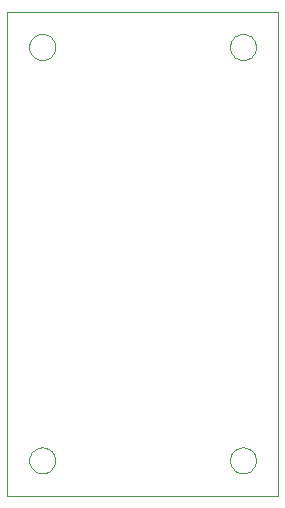
<source format=gko>
G75*
G70*
%OFA0B0*%
%FSLAX24Y24*%
%IPPOS*%
%LPD*%
%AMOC8*
5,1,8,0,0,1.08239X$1,22.5*
%
%ADD10C,0.0000*%
D10*
X008003Y000108D02*
X008003Y016250D01*
X017058Y016250D01*
X017058Y000108D01*
X008003Y000108D01*
X008751Y001289D02*
X008753Y001330D01*
X008759Y001371D01*
X008769Y001411D01*
X008782Y001450D01*
X008799Y001487D01*
X008820Y001523D01*
X008844Y001557D01*
X008871Y001588D01*
X008900Y001616D01*
X008933Y001642D01*
X008967Y001664D01*
X009004Y001683D01*
X009042Y001698D01*
X009082Y001710D01*
X009122Y001718D01*
X009163Y001722D01*
X009205Y001722D01*
X009246Y001718D01*
X009286Y001710D01*
X009326Y001698D01*
X009364Y001683D01*
X009400Y001664D01*
X009435Y001642D01*
X009468Y001616D01*
X009497Y001588D01*
X009524Y001557D01*
X009548Y001523D01*
X009569Y001487D01*
X009586Y001450D01*
X009599Y001411D01*
X009609Y001371D01*
X009615Y001330D01*
X009617Y001289D01*
X009615Y001248D01*
X009609Y001207D01*
X009599Y001167D01*
X009586Y001128D01*
X009569Y001091D01*
X009548Y001055D01*
X009524Y001021D01*
X009497Y000990D01*
X009468Y000962D01*
X009435Y000936D01*
X009401Y000914D01*
X009364Y000895D01*
X009326Y000880D01*
X009286Y000868D01*
X009246Y000860D01*
X009205Y000856D01*
X009163Y000856D01*
X009122Y000860D01*
X009082Y000868D01*
X009042Y000880D01*
X009004Y000895D01*
X008968Y000914D01*
X008933Y000936D01*
X008900Y000962D01*
X008871Y000990D01*
X008844Y001021D01*
X008820Y001055D01*
X008799Y001091D01*
X008782Y001128D01*
X008769Y001167D01*
X008759Y001207D01*
X008753Y001248D01*
X008751Y001289D01*
X015444Y001289D02*
X015446Y001330D01*
X015452Y001371D01*
X015462Y001411D01*
X015475Y001450D01*
X015492Y001487D01*
X015513Y001523D01*
X015537Y001557D01*
X015564Y001588D01*
X015593Y001616D01*
X015626Y001642D01*
X015660Y001664D01*
X015697Y001683D01*
X015735Y001698D01*
X015775Y001710D01*
X015815Y001718D01*
X015856Y001722D01*
X015898Y001722D01*
X015939Y001718D01*
X015979Y001710D01*
X016019Y001698D01*
X016057Y001683D01*
X016093Y001664D01*
X016128Y001642D01*
X016161Y001616D01*
X016190Y001588D01*
X016217Y001557D01*
X016241Y001523D01*
X016262Y001487D01*
X016279Y001450D01*
X016292Y001411D01*
X016302Y001371D01*
X016308Y001330D01*
X016310Y001289D01*
X016308Y001248D01*
X016302Y001207D01*
X016292Y001167D01*
X016279Y001128D01*
X016262Y001091D01*
X016241Y001055D01*
X016217Y001021D01*
X016190Y000990D01*
X016161Y000962D01*
X016128Y000936D01*
X016094Y000914D01*
X016057Y000895D01*
X016019Y000880D01*
X015979Y000868D01*
X015939Y000860D01*
X015898Y000856D01*
X015856Y000856D01*
X015815Y000860D01*
X015775Y000868D01*
X015735Y000880D01*
X015697Y000895D01*
X015661Y000914D01*
X015626Y000936D01*
X015593Y000962D01*
X015564Y000990D01*
X015537Y001021D01*
X015513Y001055D01*
X015492Y001091D01*
X015475Y001128D01*
X015462Y001167D01*
X015452Y001207D01*
X015446Y001248D01*
X015444Y001289D01*
X015444Y015069D02*
X015446Y015110D01*
X015452Y015151D01*
X015462Y015191D01*
X015475Y015230D01*
X015492Y015267D01*
X015513Y015303D01*
X015537Y015337D01*
X015564Y015368D01*
X015593Y015396D01*
X015626Y015422D01*
X015660Y015444D01*
X015697Y015463D01*
X015735Y015478D01*
X015775Y015490D01*
X015815Y015498D01*
X015856Y015502D01*
X015898Y015502D01*
X015939Y015498D01*
X015979Y015490D01*
X016019Y015478D01*
X016057Y015463D01*
X016093Y015444D01*
X016128Y015422D01*
X016161Y015396D01*
X016190Y015368D01*
X016217Y015337D01*
X016241Y015303D01*
X016262Y015267D01*
X016279Y015230D01*
X016292Y015191D01*
X016302Y015151D01*
X016308Y015110D01*
X016310Y015069D01*
X016308Y015028D01*
X016302Y014987D01*
X016292Y014947D01*
X016279Y014908D01*
X016262Y014871D01*
X016241Y014835D01*
X016217Y014801D01*
X016190Y014770D01*
X016161Y014742D01*
X016128Y014716D01*
X016094Y014694D01*
X016057Y014675D01*
X016019Y014660D01*
X015979Y014648D01*
X015939Y014640D01*
X015898Y014636D01*
X015856Y014636D01*
X015815Y014640D01*
X015775Y014648D01*
X015735Y014660D01*
X015697Y014675D01*
X015661Y014694D01*
X015626Y014716D01*
X015593Y014742D01*
X015564Y014770D01*
X015537Y014801D01*
X015513Y014835D01*
X015492Y014871D01*
X015475Y014908D01*
X015462Y014947D01*
X015452Y014987D01*
X015446Y015028D01*
X015444Y015069D01*
X008751Y015069D02*
X008753Y015110D01*
X008759Y015151D01*
X008769Y015191D01*
X008782Y015230D01*
X008799Y015267D01*
X008820Y015303D01*
X008844Y015337D01*
X008871Y015368D01*
X008900Y015396D01*
X008933Y015422D01*
X008967Y015444D01*
X009004Y015463D01*
X009042Y015478D01*
X009082Y015490D01*
X009122Y015498D01*
X009163Y015502D01*
X009205Y015502D01*
X009246Y015498D01*
X009286Y015490D01*
X009326Y015478D01*
X009364Y015463D01*
X009400Y015444D01*
X009435Y015422D01*
X009468Y015396D01*
X009497Y015368D01*
X009524Y015337D01*
X009548Y015303D01*
X009569Y015267D01*
X009586Y015230D01*
X009599Y015191D01*
X009609Y015151D01*
X009615Y015110D01*
X009617Y015069D01*
X009615Y015028D01*
X009609Y014987D01*
X009599Y014947D01*
X009586Y014908D01*
X009569Y014871D01*
X009548Y014835D01*
X009524Y014801D01*
X009497Y014770D01*
X009468Y014742D01*
X009435Y014716D01*
X009401Y014694D01*
X009364Y014675D01*
X009326Y014660D01*
X009286Y014648D01*
X009246Y014640D01*
X009205Y014636D01*
X009163Y014636D01*
X009122Y014640D01*
X009082Y014648D01*
X009042Y014660D01*
X009004Y014675D01*
X008968Y014694D01*
X008933Y014716D01*
X008900Y014742D01*
X008871Y014770D01*
X008844Y014801D01*
X008820Y014835D01*
X008799Y014871D01*
X008782Y014908D01*
X008769Y014947D01*
X008759Y014987D01*
X008753Y015028D01*
X008751Y015069D01*
M02*

</source>
